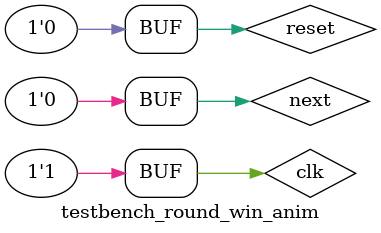
<source format=sv>
module testbench_round_win_anim();
  
  logic clk, next, reset;
  logic [3:0] sound;
  logic light1, light2, light3, light4;
  
  round_win_anim dut(.clk, .reset, .next, .sound, .light1, .light2, .light3, .light4);
  
  always begin
    clk = 0; #5; clk = 1; #5;
  end
  
  always begin
    
    #40;
    
    reset = 1;
	next = 0;
	#5;
	reset = 0;
	next = 1;
	#5;
	next = 0;
	#30;
	
	#5000;
	
    
  end
  
endmodule 
</source>
